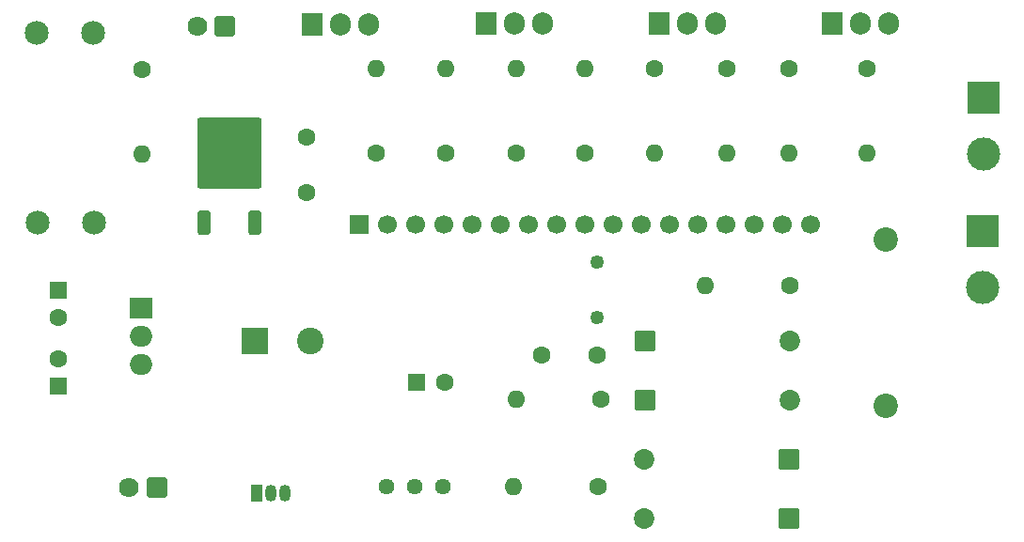
<source format=gts>
G04 #@! TF.GenerationSoftware,KiCad,Pcbnew,9.0.1*
G04 #@! TF.CreationDate,2025-09-10T18:35:39+05:00*
G04 #@! TF.ProjectId,sine_wave_inverter,73696e65-5f77-4617-9665-5f696e766572,rev?*
G04 #@! TF.SameCoordinates,Original*
G04 #@! TF.FileFunction,Soldermask,Top*
G04 #@! TF.FilePolarity,Negative*
%FSLAX46Y46*%
G04 Gerber Fmt 4.6, Leading zero omitted, Abs format (unit mm)*
G04 Created by KiCad (PCBNEW 9.0.1) date 2025-09-10 18:35:39*
%MOMM*%
%LPD*%
G01*
G04 APERTURE LIST*
G04 Aperture macros list*
%AMRoundRect*
0 Rectangle with rounded corners*
0 $1 Rounding radius*
0 $2 $3 $4 $5 $6 $7 $8 $9 X,Y pos of 4 corners*
0 Add a 4 corners polygon primitive as box body*
4,1,4,$2,$3,$4,$5,$6,$7,$8,$9,$2,$3,0*
0 Add four circle primitives for the rounded corners*
1,1,$1+$1,$2,$3*
1,1,$1+$1,$4,$5*
1,1,$1+$1,$6,$7*
1,1,$1+$1,$8,$9*
0 Add four rect primitives between the rounded corners*
20,1,$1+$1,$2,$3,$4,$5,0*
20,1,$1+$1,$4,$5,$6,$7,0*
20,1,$1+$1,$6,$7,$8,$9,0*
20,1,$1+$1,$8,$9,$2,$3,0*%
G04 Aperture macros list end*
%ADD10C,2.200000*%
%ADD11C,1.700000*%
%ADD12R,1.700000X1.700000*%
%ADD13C,1.600000*%
%ADD14O,1.600000X1.600000*%
%ADD15R,3.000000X3.000000*%
%ADD16C,3.000000*%
%ADD17R,1.905000X2.000000*%
%ADD18O,1.905000X2.000000*%
%ADD19R,2.000000X1.905000*%
%ADD20O,2.000000X1.905000*%
%ADD21C,2.154000*%
%ADD22RoundRect,0.102000X-0.787500X-0.787500X0.787500X-0.787500X0.787500X0.787500X-0.787500X0.787500X0*%
%ADD23C,1.779000*%
%ADD24C,1.854000*%
%ADD25RoundRect,0.102000X0.825000X0.825000X-0.825000X0.825000X-0.825000X-0.825000X0.825000X-0.825000X0*%
%ADD26R,1.600000X1.600000*%
%ADD27R,2.400000X2.400000*%
%ADD28C,2.400000*%
%ADD29RoundRect,0.102000X-0.825000X-0.825000X0.825000X-0.825000X0.825000X0.825000X-0.825000X0.825000X0*%
%ADD30RoundRect,0.250000X0.350000X-0.850000X0.350000X0.850000X-0.350000X0.850000X-0.350000X-0.850000X0*%
%ADD31RoundRect,0.249997X2.650003X-2.950003X2.650003X2.950003X-2.650003X2.950003X-2.650003X-2.950003X0*%
%ADD32C,1.440000*%
%ADD33R,1.050000X1.500000*%
%ADD34O,1.050000X1.500000*%
%ADD35C,1.254000*%
G04 APERTURE END LIST*
D10*
X133130000Y-104800000D03*
X133130000Y-89800000D03*
D11*
X126400000Y-88420000D03*
X123860000Y-88420000D03*
X121320000Y-88420000D03*
X118780000Y-88420000D03*
X116240000Y-88420000D03*
X113700000Y-88420000D03*
X111160000Y-88420000D03*
X108620000Y-88420000D03*
X106080000Y-88420000D03*
X103540000Y-88420000D03*
X101000000Y-88420000D03*
X98460000Y-88420000D03*
X95920000Y-88420000D03*
X93380000Y-88420000D03*
X90840000Y-88420000D03*
X88300000Y-88420000D03*
D12*
X85760000Y-88420000D03*
D13*
X102110000Y-100170000D03*
X107110000Y-100170000D03*
X99824444Y-81970000D03*
D14*
X99824444Y-74350000D03*
D15*
X141870000Y-88990000D03*
D16*
X141870000Y-94070000D03*
D13*
X112310000Y-74350000D03*
D14*
X112310000Y-81970000D03*
D17*
X112704000Y-70310000D03*
D18*
X115244000Y-70310000D03*
X117784000Y-70310000D03*
D17*
X81512000Y-70440000D03*
D18*
X84052000Y-70440000D03*
X86592000Y-70440000D03*
D17*
X97108000Y-70310000D03*
D18*
X99648000Y-70310000D03*
X102188000Y-70310000D03*
D13*
X124505000Y-93910000D03*
D14*
X116885000Y-93910000D03*
D13*
X93544444Y-81970000D03*
D14*
X93544444Y-74350000D03*
D19*
X66056041Y-95990000D03*
D20*
X66056041Y-98530000D03*
X66056041Y-101070000D03*
D21*
X56730000Y-88260000D03*
X61810000Y-88260000D03*
D22*
X73637500Y-70575000D03*
D23*
X71137500Y-70575000D03*
D13*
X106080000Y-81970000D03*
D14*
X106080000Y-74350000D03*
D13*
X107210000Y-112090000D03*
D14*
X99590000Y-112090000D03*
D13*
X66140000Y-74430000D03*
D14*
X66140000Y-82050000D03*
D24*
X111380000Y-114960000D03*
D25*
X124380000Y-114960000D03*
D15*
X141900000Y-77040000D03*
D16*
X141900000Y-82120000D03*
D24*
X111380000Y-109626667D03*
D25*
X124380000Y-109626667D03*
D22*
X67480000Y-112100000D03*
D23*
X64980000Y-112100000D03*
D26*
X90914888Y-102690000D03*
D13*
X93414888Y-102690000D03*
X107520000Y-104200000D03*
D14*
X99900000Y-104200000D03*
D21*
X56650000Y-71180000D03*
X61730000Y-71180000D03*
D13*
X118840000Y-74350000D03*
D14*
X118840000Y-81970000D03*
D26*
X58606041Y-103025113D03*
D13*
X58606041Y-100525113D03*
D27*
X76286041Y-98950000D03*
D28*
X81286041Y-98950000D03*
D24*
X124480000Y-104233333D03*
D29*
X111480000Y-104233333D03*
D30*
X71732500Y-88290000D03*
D31*
X74012500Y-81990000D03*
D30*
X76292500Y-88290000D03*
D26*
X58606041Y-94344888D03*
D13*
X58606041Y-96844888D03*
X80950000Y-80530000D03*
X80950000Y-85530000D03*
D24*
X124480000Y-98900000D03*
D29*
X111480000Y-98900000D03*
D32*
X93250000Y-112030000D03*
X90710000Y-112030000D03*
X88170000Y-112030000D03*
D13*
X87264444Y-81970000D03*
D14*
X87264444Y-74350000D03*
D13*
X124430000Y-74350000D03*
D14*
X124430000Y-81970000D03*
D13*
X131450000Y-74350000D03*
D14*
X131450000Y-81970000D03*
D33*
X76460000Y-112690000D03*
D34*
X77730000Y-112690000D03*
X79000000Y-112690000D03*
D17*
X128300000Y-70310000D03*
D18*
X130840000Y-70310000D03*
X133380000Y-70310000D03*
D35*
X107120000Y-91820000D03*
X107120000Y-96820000D03*
M02*

</source>
